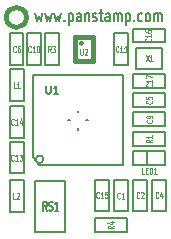
<source format=gto>
%FSLAX46Y46*%
G04 Gerber Fmt 4.6, Leading zero omitted, Abs format (unit mm)*
G04 Created by KiCad (PCBNEW (2014-jul-16 BZR unknown)-product) date Wed 11 Feb 2015 12:50:59 PM CET*
%MOMM*%
G01*
G04 APERTURE LIST*
%ADD10C,0.150000*%
%ADD11C,0.152400*%
%ADD12C,0.381000*%
%ADD13C,0.203200*%
%ADD14C,0.127000*%
%ADD15C,0.076200*%
G04 APERTURE END LIST*
D10*
D11*
X159791570Y-103442286D02*
X159936713Y-104119619D01*
X160081856Y-103635810D01*
X160226999Y-104119619D01*
X160372142Y-103442286D01*
X160589856Y-103442286D02*
X160734999Y-104119619D01*
X160880142Y-103635810D01*
X161025285Y-104119619D01*
X161170428Y-103442286D01*
X161388142Y-103442286D02*
X161533285Y-104119619D01*
X161678428Y-103635810D01*
X161823571Y-104119619D01*
X161968714Y-103442286D01*
X162259000Y-104022857D02*
X162295285Y-104071238D01*
X162259000Y-104119619D01*
X162222714Y-104071238D01*
X162259000Y-104022857D01*
X162259000Y-104119619D01*
X162621857Y-103442286D02*
X162621857Y-104458286D01*
X162621857Y-103490667D02*
X162694428Y-103442286D01*
X162839571Y-103442286D01*
X162912142Y-103490667D01*
X162948428Y-103539048D01*
X162984714Y-103635810D01*
X162984714Y-103926095D01*
X162948428Y-104022857D01*
X162912142Y-104071238D01*
X162839571Y-104119619D01*
X162694428Y-104119619D01*
X162621857Y-104071238D01*
X163637857Y-104119619D02*
X163637857Y-103587429D01*
X163601571Y-103490667D01*
X163529000Y-103442286D01*
X163383857Y-103442286D01*
X163311286Y-103490667D01*
X163637857Y-104071238D02*
X163565286Y-104119619D01*
X163383857Y-104119619D01*
X163311286Y-104071238D01*
X163275000Y-103974476D01*
X163275000Y-103877714D01*
X163311286Y-103780952D01*
X163383857Y-103732571D01*
X163565286Y-103732571D01*
X163637857Y-103684190D01*
X164000715Y-103442286D02*
X164000715Y-104119619D01*
X164000715Y-103539048D02*
X164037000Y-103490667D01*
X164109572Y-103442286D01*
X164218429Y-103442286D01*
X164291000Y-103490667D01*
X164327286Y-103587429D01*
X164327286Y-104119619D01*
X164653858Y-104071238D02*
X164726429Y-104119619D01*
X164871572Y-104119619D01*
X164944144Y-104071238D01*
X164980429Y-103974476D01*
X164980429Y-103926095D01*
X164944144Y-103829333D01*
X164871572Y-103780952D01*
X164762715Y-103780952D01*
X164690144Y-103732571D01*
X164653858Y-103635810D01*
X164653858Y-103587429D01*
X164690144Y-103490667D01*
X164762715Y-103442286D01*
X164871572Y-103442286D01*
X164944144Y-103490667D01*
X165198143Y-103442286D02*
X165488429Y-103442286D01*
X165307001Y-103103619D02*
X165307001Y-103974476D01*
X165343286Y-104071238D01*
X165415858Y-104119619D01*
X165488429Y-104119619D01*
X166069001Y-104119619D02*
X166069001Y-103587429D01*
X166032715Y-103490667D01*
X165960144Y-103442286D01*
X165815001Y-103442286D01*
X165742430Y-103490667D01*
X166069001Y-104071238D02*
X165996430Y-104119619D01*
X165815001Y-104119619D01*
X165742430Y-104071238D01*
X165706144Y-103974476D01*
X165706144Y-103877714D01*
X165742430Y-103780952D01*
X165815001Y-103732571D01*
X165996430Y-103732571D01*
X166069001Y-103684190D01*
X166431859Y-104119619D02*
X166431859Y-103442286D01*
X166431859Y-103539048D02*
X166468144Y-103490667D01*
X166540716Y-103442286D01*
X166649573Y-103442286D01*
X166722144Y-103490667D01*
X166758430Y-103587429D01*
X166758430Y-104119619D01*
X166758430Y-103587429D02*
X166794716Y-103490667D01*
X166867287Y-103442286D01*
X166976144Y-103442286D01*
X167048716Y-103490667D01*
X167085001Y-103587429D01*
X167085001Y-104119619D01*
X167447859Y-103442286D02*
X167447859Y-104458286D01*
X167447859Y-103490667D02*
X167520430Y-103442286D01*
X167665573Y-103442286D01*
X167738144Y-103490667D01*
X167774430Y-103539048D01*
X167810716Y-103635810D01*
X167810716Y-103926095D01*
X167774430Y-104022857D01*
X167738144Y-104071238D01*
X167665573Y-104119619D01*
X167520430Y-104119619D01*
X167447859Y-104071238D01*
X168137288Y-104022857D02*
X168173573Y-104071238D01*
X168137288Y-104119619D01*
X168101002Y-104071238D01*
X168137288Y-104022857D01*
X168137288Y-104119619D01*
X168826716Y-104071238D02*
X168754145Y-104119619D01*
X168609002Y-104119619D01*
X168536430Y-104071238D01*
X168500145Y-104022857D01*
X168463859Y-103926095D01*
X168463859Y-103635810D01*
X168500145Y-103539048D01*
X168536430Y-103490667D01*
X168609002Y-103442286D01*
X168754145Y-103442286D01*
X168826716Y-103490667D01*
X169262145Y-104119619D02*
X169189573Y-104071238D01*
X169153288Y-104022857D01*
X169117002Y-103926095D01*
X169117002Y-103635810D01*
X169153288Y-103539048D01*
X169189573Y-103490667D01*
X169262145Y-103442286D01*
X169371002Y-103442286D01*
X169443573Y-103490667D01*
X169479859Y-103539048D01*
X169516145Y-103635810D01*
X169516145Y-103926095D01*
X169479859Y-104022857D01*
X169443573Y-104071238D01*
X169371002Y-104119619D01*
X169262145Y-104119619D01*
X169842717Y-104119619D02*
X169842717Y-103442286D01*
X169842717Y-103539048D02*
X169879002Y-103490667D01*
X169951574Y-103442286D01*
X170060431Y-103442286D01*
X170133002Y-103490667D01*
X170169288Y-103587429D01*
X170169288Y-104119619D01*
X170169288Y-103587429D02*
X170205574Y-103490667D01*
X170278145Y-103442286D01*
X170387002Y-103442286D01*
X170459574Y-103490667D01*
X170495859Y-103587429D01*
X170495859Y-104119619D01*
D12*
X159031469Y-103790000D02*
G75*
G03X159031469Y-103790000I-851469J0D01*
G74*
G01*
D11*
X167614200Y-119022400D02*
X167614200Y-117523800D01*
X167614200Y-117523800D02*
X166445800Y-117523800D01*
X166445800Y-117523800D02*
X166445800Y-119022400D01*
X167614200Y-119022400D02*
X167614200Y-120216200D01*
X167614200Y-120216200D02*
X166445800Y-120216200D01*
X166445800Y-120216200D02*
X166445800Y-119022400D01*
X169224200Y-119022400D02*
X169224200Y-117523800D01*
X169224200Y-117523800D02*
X168055800Y-117523800D01*
X168055800Y-117523800D02*
X168055800Y-119022400D01*
X169224200Y-119022400D02*
X169224200Y-120216200D01*
X169224200Y-120216200D02*
X168055800Y-120216200D01*
X168055800Y-120216200D02*
X168055800Y-119022400D01*
X170834200Y-119022400D02*
X170834200Y-117523800D01*
X170834200Y-117523800D02*
X169665800Y-117523800D01*
X169665800Y-117523800D02*
X169665800Y-119022400D01*
X170834200Y-119022400D02*
X170834200Y-120216200D01*
X170834200Y-120216200D02*
X169665800Y-120216200D01*
X169665800Y-120216200D02*
X169665800Y-119022400D01*
X169572400Y-110205800D02*
X168073800Y-110205800D01*
X168073800Y-110205800D02*
X168073800Y-111374200D01*
X168073800Y-111374200D02*
X169572400Y-111374200D01*
X169572400Y-110205800D02*
X170766200Y-110205800D01*
X170766200Y-110205800D02*
X170766200Y-111374200D01*
X170766200Y-111374200D02*
X169572400Y-111374200D01*
X157614000Y-106335000D02*
X157614000Y-107833600D01*
X157614000Y-107833600D02*
X158782400Y-107833600D01*
X158782400Y-107833600D02*
X158782400Y-106335000D01*
X157614000Y-106335000D02*
X157614000Y-105141200D01*
X157614000Y-105141200D02*
X158782400Y-105141200D01*
X158782400Y-105141200D02*
X158782400Y-106335000D01*
X169572400Y-111825800D02*
X168073800Y-111825800D01*
X168073800Y-111825800D02*
X168073800Y-112994200D01*
X168073800Y-112994200D02*
X169572400Y-112994200D01*
X169572400Y-111825800D02*
X170766200Y-111825800D01*
X170766200Y-111825800D02*
X170766200Y-112994200D01*
X170766200Y-112994200D02*
X169572400Y-112994200D01*
X159085800Y-106337600D02*
X159085800Y-107836200D01*
X159085800Y-107836200D02*
X160254200Y-107836200D01*
X160254200Y-107836200D02*
X160254200Y-106337600D01*
X159085800Y-106337600D02*
X159085800Y-105143800D01*
X159085800Y-105143800D02*
X160254200Y-105143800D01*
X160254200Y-105143800D02*
X160254200Y-106337600D01*
X166465800Y-106337600D02*
X166465800Y-107836200D01*
X166465800Y-107836200D02*
X167634200Y-107836200D01*
X167634200Y-107836200D02*
X167634200Y-106337600D01*
X166465800Y-106337600D02*
X166465800Y-105143800D01*
X166465800Y-105143800D02*
X167634200Y-105143800D01*
X167634200Y-105143800D02*
X167634200Y-106337600D01*
X157615800Y-115507600D02*
X157615800Y-117006200D01*
X157615800Y-117006200D02*
X158784200Y-117006200D01*
X158784200Y-117006200D02*
X158784200Y-115507600D01*
X157615800Y-115507600D02*
X157615800Y-114313800D01*
X157615800Y-114313800D02*
X158784200Y-114313800D01*
X158784200Y-114313800D02*
X158784200Y-115507600D01*
X158784200Y-112772400D02*
X158784200Y-111273800D01*
X158784200Y-111273800D02*
X157615800Y-111273800D01*
X157615800Y-111273800D02*
X157615800Y-112772400D01*
X158784200Y-112772400D02*
X158784200Y-113966200D01*
X158784200Y-113966200D02*
X157615800Y-113966200D01*
X157615800Y-113966200D02*
X157615800Y-112772400D01*
X164845800Y-118717600D02*
X164845800Y-120216200D01*
X164845800Y-120216200D02*
X166014200Y-120216200D01*
X166014200Y-120216200D02*
X166014200Y-118717600D01*
X164845800Y-118717600D02*
X164845800Y-117523800D01*
X164845800Y-117523800D02*
X166014200Y-117523800D01*
X166014200Y-117523800D02*
X166014200Y-118717600D01*
X169267600Y-105914200D02*
X170766200Y-105914200D01*
X170766200Y-105914200D02*
X170766200Y-104745800D01*
X170766200Y-104745800D02*
X169267600Y-104745800D01*
X169267600Y-105914200D02*
X168073800Y-105914200D01*
X168073800Y-105914200D02*
X168073800Y-104745800D01*
X168073800Y-104745800D02*
X169267600Y-104745800D01*
X169572400Y-108625800D02*
X168073800Y-108625800D01*
X168073800Y-108625800D02*
X168073800Y-109794200D01*
X168073800Y-109794200D02*
X169572400Y-109794200D01*
X169572400Y-108625800D02*
X170766200Y-108625800D01*
X170766200Y-108625800D02*
X170766200Y-109794200D01*
X170766200Y-109794200D02*
X169572400Y-109794200D01*
X169229500Y-115138500D02*
X169229500Y-116281500D01*
X169267600Y-116294200D02*
X170766200Y-116294200D01*
X170766200Y-116294200D02*
X170766200Y-115125800D01*
X170766200Y-115125800D02*
X169267600Y-115125800D01*
X169267600Y-116294200D02*
X168073800Y-116294200D01*
X168073800Y-116294200D02*
X168073800Y-115125800D01*
X168073800Y-115125800D02*
X169267600Y-115125800D01*
X169572400Y-113515800D02*
X168073800Y-113515800D01*
X168073800Y-113515800D02*
X168073800Y-114684200D01*
X168073800Y-114684200D02*
X169572400Y-114684200D01*
X169572400Y-113515800D02*
X170766200Y-113515800D01*
X170766200Y-113515800D02*
X170766200Y-114684200D01*
X170766200Y-114684200D02*
X169572400Y-114684200D01*
X160585800Y-106337600D02*
X160585800Y-107836200D01*
X160585800Y-107836200D02*
X161754200Y-107836200D01*
X161754200Y-107836200D02*
X161754200Y-106337600D01*
X160585800Y-106337600D02*
X160585800Y-105143800D01*
X160585800Y-105143800D02*
X161754200Y-105143800D01*
X161754200Y-105143800D02*
X161754200Y-106337600D01*
X166047600Y-121984200D02*
X167546200Y-121984200D01*
X167546200Y-121984200D02*
X167546200Y-120815800D01*
X167546200Y-120815800D02*
X166047600Y-120815800D01*
X166047600Y-121984200D02*
X164853800Y-121984200D01*
X164853800Y-121984200D02*
X164853800Y-120815800D01*
X164853800Y-120815800D02*
X166047600Y-120815800D01*
D13*
X162330000Y-117778000D02*
X162330000Y-121969000D01*
X162330000Y-121969000D02*
X159790000Y-121969000D01*
X159790000Y-121969000D02*
X159790000Y-117651000D01*
X159790000Y-117651000D02*
X162330000Y-117651000D01*
X162330000Y-117651000D02*
X162330000Y-117778000D01*
X162648000Y-112470000D02*
X162584500Y-112470000D01*
X163410000Y-113295500D02*
X163410000Y-113168500D01*
X163410000Y-111835000D02*
X163410000Y-111708000D01*
X164235500Y-112470000D02*
X164108500Y-112470000D01*
X162711500Y-112470000D02*
X162648000Y-112470000D01*
D14*
X159600000Y-115391000D02*
X159600000Y-115645000D01*
X159600000Y-115645000D02*
X160108000Y-116280000D01*
X160108000Y-116280000D02*
X160489000Y-116280000D01*
X159600000Y-115391000D02*
X159600000Y-108660000D01*
X159600000Y-108660000D02*
X167220000Y-108660000D01*
X167220000Y-108660000D02*
X167220000Y-116280000D01*
X167220000Y-116280000D02*
X160489000Y-116280000D01*
X160470059Y-115799940D02*
G75*
G03X160470059Y-115799940I-318879J0D01*
G74*
G01*
D12*
X163697018Y-105965100D02*
G75*
G03X163697018Y-105965100I-34078J0D01*
G74*
G01*
X163137160Y-107453540D02*
X163137160Y-105446940D01*
X163137160Y-105446940D02*
X164572260Y-105446940D01*
X164663700Y-105446940D02*
X164663700Y-107445920D01*
X164572260Y-107445920D02*
X163132080Y-107453540D01*
D11*
X157615800Y-109377600D02*
X157615800Y-110876200D01*
X157615800Y-110876200D02*
X158784200Y-110876200D01*
X158784200Y-110876200D02*
X158784200Y-109377600D01*
X157615800Y-109377600D02*
X157615800Y-108183800D01*
X157615800Y-108183800D02*
X158784200Y-108183800D01*
X158784200Y-108183800D02*
X158784200Y-109377600D01*
X157615800Y-118727600D02*
X157615800Y-120226200D01*
X157615800Y-120226200D02*
X158784200Y-120226200D01*
X158784200Y-120226200D02*
X158784200Y-118727600D01*
X157615800Y-118727600D02*
X157615800Y-117533800D01*
X157615800Y-117533800D02*
X158784200Y-117533800D01*
X158784200Y-117533800D02*
X158784200Y-118727600D01*
D14*
X170517600Y-108174400D02*
X168282400Y-108174400D01*
X168282400Y-108174400D02*
X168282400Y-106345600D01*
X168282400Y-106345600D02*
X170517600Y-106345600D01*
X170517600Y-106345600D02*
X170517600Y-108174400D01*
D15*
X166956501Y-119081429D02*
X166938358Y-119105619D01*
X166883929Y-119129810D01*
X166847643Y-119129810D01*
X166793215Y-119105619D01*
X166756929Y-119057238D01*
X166738786Y-119008857D01*
X166720643Y-118912095D01*
X166720643Y-118839524D01*
X166738786Y-118742762D01*
X166756929Y-118694381D01*
X166793215Y-118646000D01*
X166847643Y-118621810D01*
X166883929Y-118621810D01*
X166938358Y-118646000D01*
X166956501Y-118670190D01*
X167319358Y-119129810D02*
X167101643Y-119129810D01*
X167210501Y-119129810D02*
X167210501Y-118621810D01*
X167174215Y-118694381D01*
X167137929Y-118742762D01*
X167101643Y-118766952D01*
X168586501Y-119041429D02*
X168568358Y-119065619D01*
X168513929Y-119089810D01*
X168477643Y-119089810D01*
X168423215Y-119065619D01*
X168386929Y-119017238D01*
X168368786Y-118968857D01*
X168350643Y-118872095D01*
X168350643Y-118799524D01*
X168368786Y-118702762D01*
X168386929Y-118654381D01*
X168423215Y-118606000D01*
X168477643Y-118581810D01*
X168513929Y-118581810D01*
X168568358Y-118606000D01*
X168586501Y-118630190D01*
X168731643Y-118630190D02*
X168749786Y-118606000D01*
X168786072Y-118581810D01*
X168876786Y-118581810D01*
X168913072Y-118606000D01*
X168931215Y-118630190D01*
X168949358Y-118678571D01*
X168949358Y-118726952D01*
X168931215Y-118799524D01*
X168713501Y-119089810D01*
X168949358Y-119089810D01*
X170196501Y-119031429D02*
X170178358Y-119055619D01*
X170123929Y-119079810D01*
X170087643Y-119079810D01*
X170033215Y-119055619D01*
X169996929Y-119007238D01*
X169978786Y-118958857D01*
X169960643Y-118862095D01*
X169960643Y-118789524D01*
X169978786Y-118692762D01*
X169996929Y-118644381D01*
X170033215Y-118596000D01*
X170087643Y-118571810D01*
X170123929Y-118571810D01*
X170178358Y-118596000D01*
X170196501Y-118620190D01*
X170523072Y-118741143D02*
X170523072Y-119079810D01*
X170432358Y-118547619D02*
X170341643Y-118910476D01*
X170577501Y-118910476D01*
X169621429Y-110863499D02*
X169645619Y-110881642D01*
X169669810Y-110936071D01*
X169669810Y-110972357D01*
X169645619Y-111026785D01*
X169597238Y-111063071D01*
X169548857Y-111081214D01*
X169452095Y-111099357D01*
X169379524Y-111099357D01*
X169282762Y-111081214D01*
X169234381Y-111063071D01*
X169186000Y-111026785D01*
X169161810Y-110972357D01*
X169161810Y-110936071D01*
X169186000Y-110881642D01*
X169210190Y-110863499D01*
X169161810Y-110518785D02*
X169161810Y-110700214D01*
X169403714Y-110718357D01*
X169379524Y-110700214D01*
X169355333Y-110663928D01*
X169355333Y-110573214D01*
X169379524Y-110536928D01*
X169403714Y-110518785D01*
X169452095Y-110500642D01*
X169573048Y-110500642D01*
X169621429Y-110518785D01*
X169645619Y-110536928D01*
X169669810Y-110573214D01*
X169669810Y-110663928D01*
X169645619Y-110700214D01*
X169621429Y-110718357D01*
X158134701Y-106668829D02*
X158116558Y-106693019D01*
X158062129Y-106717210D01*
X158025843Y-106717210D01*
X157971415Y-106693019D01*
X157935129Y-106644638D01*
X157916986Y-106596257D01*
X157898843Y-106499495D01*
X157898843Y-106426924D01*
X157916986Y-106330162D01*
X157935129Y-106281781D01*
X157971415Y-106233400D01*
X158025843Y-106209210D01*
X158062129Y-106209210D01*
X158116558Y-106233400D01*
X158134701Y-106257590D01*
X158461272Y-106209210D02*
X158388701Y-106209210D01*
X158352415Y-106233400D01*
X158334272Y-106257590D01*
X158297986Y-106330162D01*
X158279843Y-106426924D01*
X158279843Y-106620448D01*
X158297986Y-106668829D01*
X158316129Y-106693019D01*
X158352415Y-106717210D01*
X158424986Y-106717210D01*
X158461272Y-106693019D01*
X158479415Y-106668829D01*
X158497558Y-106620448D01*
X158497558Y-106499495D01*
X158479415Y-106451114D01*
X158461272Y-106426924D01*
X158424986Y-106402733D01*
X158352415Y-106402733D01*
X158316129Y-106426924D01*
X158297986Y-106451114D01*
X158279843Y-106499495D01*
X169651429Y-112473499D02*
X169675619Y-112491642D01*
X169699810Y-112546071D01*
X169699810Y-112582357D01*
X169675619Y-112636785D01*
X169627238Y-112673071D01*
X169578857Y-112691214D01*
X169482095Y-112709357D01*
X169409524Y-112709357D01*
X169312762Y-112691214D01*
X169264381Y-112673071D01*
X169216000Y-112636785D01*
X169191810Y-112582357D01*
X169191810Y-112546071D01*
X169216000Y-112491642D01*
X169240190Y-112473499D01*
X169699810Y-112292071D02*
X169699810Y-112219499D01*
X169675619Y-112183214D01*
X169651429Y-112165071D01*
X169578857Y-112128785D01*
X169482095Y-112110642D01*
X169288571Y-112110642D01*
X169240190Y-112128785D01*
X169216000Y-112146928D01*
X169191810Y-112183214D01*
X169191810Y-112255785D01*
X169216000Y-112292071D01*
X169240190Y-112310214D01*
X169288571Y-112328357D01*
X169409524Y-112328357D01*
X169457905Y-112310214D01*
X169482095Y-112292071D01*
X169506286Y-112255785D01*
X169506286Y-112183214D01*
X169482095Y-112146928D01*
X169457905Y-112128785D01*
X169409524Y-112110642D01*
X159399672Y-106671429D02*
X159381529Y-106695619D01*
X159327100Y-106719810D01*
X159290814Y-106719810D01*
X159236386Y-106695619D01*
X159200100Y-106647238D01*
X159181957Y-106598857D01*
X159163814Y-106502095D01*
X159163814Y-106429524D01*
X159181957Y-106332762D01*
X159200100Y-106284381D01*
X159236386Y-106236000D01*
X159290814Y-106211810D01*
X159327100Y-106211810D01*
X159381529Y-106236000D01*
X159399672Y-106260190D01*
X159762529Y-106719810D02*
X159544814Y-106719810D01*
X159653672Y-106719810D02*
X159653672Y-106211810D01*
X159617386Y-106284381D01*
X159581100Y-106332762D01*
X159544814Y-106356952D01*
X159998386Y-106211810D02*
X160034671Y-106211810D01*
X160070957Y-106236000D01*
X160089100Y-106260190D01*
X160107243Y-106308571D01*
X160125386Y-106405333D01*
X160125386Y-106526286D01*
X160107243Y-106623048D01*
X160089100Y-106671429D01*
X160070957Y-106695619D01*
X160034671Y-106719810D01*
X159998386Y-106719810D01*
X159962100Y-106695619D01*
X159943957Y-106671429D01*
X159925814Y-106623048D01*
X159907671Y-106526286D01*
X159907671Y-106405333D01*
X159925814Y-106308571D01*
X159943957Y-106260190D01*
X159962100Y-106236000D01*
X159998386Y-106211810D01*
X166825072Y-106671429D02*
X166806929Y-106695619D01*
X166752500Y-106719810D01*
X166716214Y-106719810D01*
X166661786Y-106695619D01*
X166625500Y-106647238D01*
X166607357Y-106598857D01*
X166589214Y-106502095D01*
X166589214Y-106429524D01*
X166607357Y-106332762D01*
X166625500Y-106284381D01*
X166661786Y-106236000D01*
X166716214Y-106211810D01*
X166752500Y-106211810D01*
X166806929Y-106236000D01*
X166825072Y-106260190D01*
X167187929Y-106719810D02*
X166970214Y-106719810D01*
X167079072Y-106719810D02*
X167079072Y-106211810D01*
X167042786Y-106284381D01*
X167006500Y-106332762D01*
X166970214Y-106356952D01*
X167550786Y-106719810D02*
X167333071Y-106719810D01*
X167441929Y-106719810D02*
X167441929Y-106211810D01*
X167405643Y-106284381D01*
X167369357Y-106332762D01*
X167333071Y-106356952D01*
X157955072Y-115866829D02*
X157936929Y-115891019D01*
X157882500Y-115915210D01*
X157846214Y-115915210D01*
X157791786Y-115891019D01*
X157755500Y-115842638D01*
X157737357Y-115794257D01*
X157719214Y-115697495D01*
X157719214Y-115624924D01*
X157737357Y-115528162D01*
X157755500Y-115479781D01*
X157791786Y-115431400D01*
X157846214Y-115407210D01*
X157882500Y-115407210D01*
X157936929Y-115431400D01*
X157955072Y-115455590D01*
X158317929Y-115915210D02*
X158100214Y-115915210D01*
X158209072Y-115915210D02*
X158209072Y-115407210D01*
X158172786Y-115479781D01*
X158136500Y-115528162D01*
X158100214Y-115552352D01*
X158444929Y-115407210D02*
X158680786Y-115407210D01*
X158553786Y-115600733D01*
X158608214Y-115600733D01*
X158644500Y-115624924D01*
X158662643Y-115649114D01*
X158680786Y-115697495D01*
X158680786Y-115818448D01*
X158662643Y-115866829D01*
X158644500Y-115891019D01*
X158608214Y-115915210D01*
X158499357Y-115915210D01*
X158463071Y-115891019D01*
X158444929Y-115866829D01*
X157955072Y-112826829D02*
X157936929Y-112851019D01*
X157882500Y-112875210D01*
X157846214Y-112875210D01*
X157791786Y-112851019D01*
X157755500Y-112802638D01*
X157737357Y-112754257D01*
X157719214Y-112657495D01*
X157719214Y-112584924D01*
X157737357Y-112488162D01*
X157755500Y-112439781D01*
X157791786Y-112391400D01*
X157846214Y-112367210D01*
X157882500Y-112367210D01*
X157936929Y-112391400D01*
X157955072Y-112415590D01*
X158317929Y-112875210D02*
X158100214Y-112875210D01*
X158209072Y-112875210D02*
X158209072Y-112367210D01*
X158172786Y-112439781D01*
X158136500Y-112488162D01*
X158100214Y-112512352D01*
X158644500Y-112536543D02*
X158644500Y-112875210D01*
X158553786Y-112343019D02*
X158463071Y-112705876D01*
X158698929Y-112705876D01*
X165175072Y-119031429D02*
X165156929Y-119055619D01*
X165102500Y-119079810D01*
X165066214Y-119079810D01*
X165011786Y-119055619D01*
X164975500Y-119007238D01*
X164957357Y-118958857D01*
X164939214Y-118862095D01*
X164939214Y-118789524D01*
X164957357Y-118692762D01*
X164975500Y-118644381D01*
X165011786Y-118596000D01*
X165066214Y-118571810D01*
X165102500Y-118571810D01*
X165156929Y-118596000D01*
X165175072Y-118620190D01*
X165537929Y-119079810D02*
X165320214Y-119079810D01*
X165429072Y-119079810D02*
X165429072Y-118571810D01*
X165392786Y-118644381D01*
X165356500Y-118692762D01*
X165320214Y-118716952D01*
X165882643Y-118571810D02*
X165701214Y-118571810D01*
X165683071Y-118813714D01*
X165701214Y-118789524D01*
X165737500Y-118765333D01*
X165828214Y-118765333D01*
X165864500Y-118789524D01*
X165882643Y-118813714D01*
X165900786Y-118862095D01*
X165900786Y-118983048D01*
X165882643Y-119031429D01*
X165864500Y-119055619D01*
X165828214Y-119079810D01*
X165737500Y-119079810D01*
X165701214Y-119055619D01*
X165683071Y-119031429D01*
X169551429Y-105584928D02*
X169575619Y-105603071D01*
X169599810Y-105657500D01*
X169599810Y-105693786D01*
X169575619Y-105748214D01*
X169527238Y-105784500D01*
X169478857Y-105802643D01*
X169382095Y-105820786D01*
X169309524Y-105820786D01*
X169212762Y-105802643D01*
X169164381Y-105784500D01*
X169116000Y-105748214D01*
X169091810Y-105693786D01*
X169091810Y-105657500D01*
X169116000Y-105603071D01*
X169140190Y-105584928D01*
X169599810Y-105222071D02*
X169599810Y-105439786D01*
X169599810Y-105330928D02*
X169091810Y-105330928D01*
X169164381Y-105367214D01*
X169212762Y-105403500D01*
X169236952Y-105439786D01*
X169091810Y-104895500D02*
X169091810Y-104968071D01*
X169116000Y-105004357D01*
X169140190Y-105022500D01*
X169212762Y-105058786D01*
X169309524Y-105076929D01*
X169503048Y-105076929D01*
X169551429Y-105058786D01*
X169575619Y-105040643D01*
X169599810Y-105004357D01*
X169599810Y-104931786D01*
X169575619Y-104895500D01*
X169551429Y-104877357D01*
X169503048Y-104859214D01*
X169382095Y-104859214D01*
X169333714Y-104877357D01*
X169309524Y-104895500D01*
X169285333Y-104931786D01*
X169285333Y-105004357D01*
X169309524Y-105040643D01*
X169333714Y-105058786D01*
X169382095Y-105076929D01*
X169641429Y-109454928D02*
X169665619Y-109473071D01*
X169689810Y-109527500D01*
X169689810Y-109563786D01*
X169665619Y-109618214D01*
X169617238Y-109654500D01*
X169568857Y-109672643D01*
X169472095Y-109690786D01*
X169399524Y-109690786D01*
X169302762Y-109672643D01*
X169254381Y-109654500D01*
X169206000Y-109618214D01*
X169181810Y-109563786D01*
X169181810Y-109527500D01*
X169206000Y-109473071D01*
X169230190Y-109454928D01*
X169689810Y-109092071D02*
X169689810Y-109309786D01*
X169689810Y-109200928D02*
X169181810Y-109200928D01*
X169254381Y-109237214D01*
X169302762Y-109273500D01*
X169326952Y-109309786D01*
X169181810Y-108965071D02*
X169181810Y-108711071D01*
X169689810Y-108874357D01*
X169003643Y-117019810D02*
X168822214Y-117019810D01*
X168822214Y-116511810D01*
X169130643Y-116753714D02*
X169257643Y-116753714D01*
X169312072Y-117019810D02*
X169130643Y-117019810D01*
X169130643Y-116511810D01*
X169312072Y-116511810D01*
X169475357Y-117019810D02*
X169475357Y-116511810D01*
X169566072Y-116511810D01*
X169620500Y-116536000D01*
X169656786Y-116584381D01*
X169674929Y-116632762D01*
X169693072Y-116729524D01*
X169693072Y-116802095D01*
X169674929Y-116898857D01*
X169656786Y-116947238D01*
X169620500Y-116995619D01*
X169566072Y-117019810D01*
X169475357Y-117019810D01*
X170055929Y-117019810D02*
X169838214Y-117019810D01*
X169947072Y-117019810D02*
X169947072Y-116511810D01*
X169910786Y-116584381D01*
X169874500Y-116632762D01*
X169838214Y-116656952D01*
X169679810Y-114133499D02*
X169437905Y-114260499D01*
X169679810Y-114351214D02*
X169171810Y-114351214D01*
X169171810Y-114206071D01*
X169196000Y-114169785D01*
X169220190Y-114151642D01*
X169268571Y-114133499D01*
X169341143Y-114133499D01*
X169389524Y-114151642D01*
X169413714Y-114169785D01*
X169437905Y-114206071D01*
X169437905Y-114351214D01*
X169679810Y-113770642D02*
X169679810Y-113988357D01*
X169679810Y-113879499D02*
X169171810Y-113879499D01*
X169244381Y-113915785D01*
X169292762Y-113952071D01*
X169316952Y-113988357D01*
X161106501Y-106749810D02*
X160979501Y-106507905D01*
X160888786Y-106749810D02*
X160888786Y-106241810D01*
X161033929Y-106241810D01*
X161070215Y-106266000D01*
X161088358Y-106290190D01*
X161106501Y-106338571D01*
X161106501Y-106411143D01*
X161088358Y-106459524D01*
X161070215Y-106483714D01*
X161033929Y-106507905D01*
X160888786Y-106507905D01*
X161233501Y-106241810D02*
X161469358Y-106241810D01*
X161342358Y-106435333D01*
X161396786Y-106435333D01*
X161433072Y-106459524D01*
X161451215Y-106483714D01*
X161469358Y-106532095D01*
X161469358Y-106653048D01*
X161451215Y-106701429D01*
X161433072Y-106725619D01*
X161396786Y-106749810D01*
X161287929Y-106749810D01*
X161251643Y-106725619D01*
X161233501Y-106701429D01*
X166409810Y-121433499D02*
X166167905Y-121560499D01*
X166409810Y-121651214D02*
X165901810Y-121651214D01*
X165901810Y-121506071D01*
X165926000Y-121469785D01*
X165950190Y-121451642D01*
X165998571Y-121433499D01*
X166071143Y-121433499D01*
X166119524Y-121451642D01*
X166143714Y-121469785D01*
X166167905Y-121506071D01*
X166167905Y-121651214D01*
X166071143Y-121106928D02*
X166409810Y-121106928D01*
X165877619Y-121197642D02*
X166240476Y-121288357D01*
X166240476Y-121052499D01*
D14*
X160763428Y-120164714D02*
X160594095Y-119801857D01*
X160473142Y-120164714D02*
X160473142Y-119402714D01*
X160666666Y-119402714D01*
X160715047Y-119439000D01*
X160739238Y-119475286D01*
X160763428Y-119547857D01*
X160763428Y-119656714D01*
X160739238Y-119729286D01*
X160715047Y-119765571D01*
X160666666Y-119801857D01*
X160473142Y-119801857D01*
X160956952Y-120128429D02*
X161029523Y-120164714D01*
X161150476Y-120164714D01*
X161198857Y-120128429D01*
X161223047Y-120092143D01*
X161247238Y-120019571D01*
X161247238Y-119947000D01*
X161223047Y-119874429D01*
X161198857Y-119838143D01*
X161150476Y-119801857D01*
X161053714Y-119765571D01*
X161005333Y-119729286D01*
X160981142Y-119693000D01*
X160956952Y-119620429D01*
X160956952Y-119547857D01*
X160981142Y-119475286D01*
X161005333Y-119439000D01*
X161053714Y-119402714D01*
X161174666Y-119402714D01*
X161247238Y-119439000D01*
X161731048Y-120164714D02*
X161440762Y-120164714D01*
X161585905Y-120164714D02*
X161585905Y-119402714D01*
X161537524Y-119511571D01*
X161489143Y-119584143D01*
X161440762Y-119620429D01*
X160716190Y-109602262D02*
X160716190Y-110116310D01*
X160746429Y-110176786D01*
X160776667Y-110207024D01*
X160837143Y-110237262D01*
X160958095Y-110237262D01*
X161018571Y-110207024D01*
X161048810Y-110176786D01*
X161079048Y-110116310D01*
X161079048Y-109602262D01*
X161714048Y-110237262D02*
X161351190Y-110237262D01*
X161532619Y-110237262D02*
X161532619Y-109602262D01*
X161472143Y-109692976D01*
X161411667Y-109753452D01*
X161351190Y-109783690D01*
D15*
X163589714Y-106451810D02*
X163589714Y-106863048D01*
X163607857Y-106911429D01*
X163626000Y-106935619D01*
X163662286Y-106959810D01*
X163734857Y-106959810D01*
X163771143Y-106935619D01*
X163789286Y-106911429D01*
X163807429Y-106863048D01*
X163807429Y-106451810D01*
X163970714Y-106500190D02*
X163988857Y-106476000D01*
X164025143Y-106451810D01*
X164115857Y-106451810D01*
X164152143Y-106476000D01*
X164170286Y-106500190D01*
X164188429Y-106548571D01*
X164188429Y-106596952D01*
X164170286Y-106669524D01*
X163952572Y-106959810D01*
X164188429Y-106959810D01*
X158136500Y-109759810D02*
X157955071Y-109759810D01*
X157955071Y-109251810D01*
X158463072Y-109759810D02*
X158245357Y-109759810D01*
X158354215Y-109759810D02*
X158354215Y-109251810D01*
X158317929Y-109324381D01*
X158281643Y-109372762D01*
X158245357Y-109396952D01*
X158111100Y-119135210D02*
X157929671Y-119135210D01*
X157929671Y-118627210D01*
X158219957Y-118675590D02*
X158238100Y-118651400D01*
X158274386Y-118627210D01*
X158365100Y-118627210D01*
X158401386Y-118651400D01*
X158419529Y-118675590D01*
X158437672Y-118723971D01*
X158437672Y-118772352D01*
X158419529Y-118844924D01*
X158201815Y-119135210D01*
X158437672Y-119135210D01*
X169121572Y-107001810D02*
X169375572Y-107509810D01*
X169375572Y-107001810D02*
X169121572Y-107509810D01*
X169720286Y-107509810D02*
X169502571Y-107509810D01*
X169611429Y-107509810D02*
X169611429Y-107001810D01*
X169575143Y-107074381D01*
X169538857Y-107122762D01*
X169502571Y-107146952D01*
M02*

</source>
